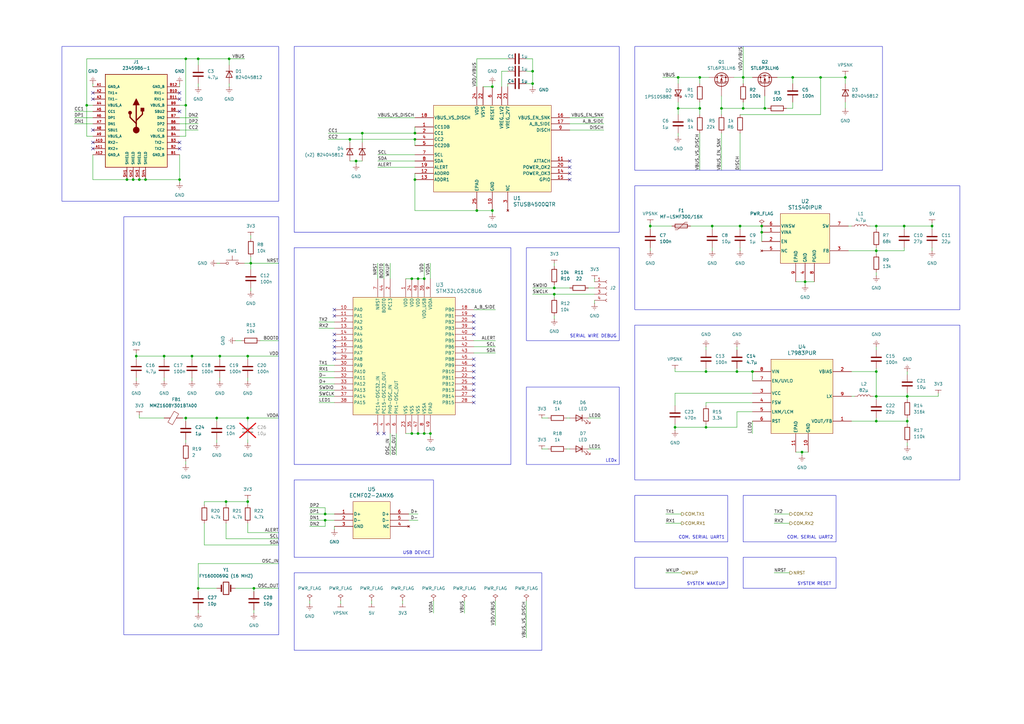
<source format=kicad_sch>
(kicad_sch (version 20250114) (generator "eeschema") (generator_version "9.0")
  (paper "A3")
  (title_block (title "Smart Power Link v1.0"))
  (rectangle (start 260.35 203.2) (end 298.45 222.25))
  (rectangle (start 260.35 133.35) (end 393.7 196.85))
  (rectangle (start 304.8 203.2) (end 342.9 222.25))
  (rectangle (start 260.35 76.2) (end 393.7 127))
  (rectangle (start 120.65 101.6) (end 209.55 190.5))
  (rectangle (start 120.65 196.85) (end 177.8 228.6))
  (rectangle (start 215.9 101.6) (end 254 139.7))
  (rectangle (start 50.8 88.9) (end 114.3 260.35))
  (rectangle (start 215.9 158.75) (end 254 190.5))
  (rectangle (start 120.65 19.05) (end 254 95.25))
  (rectangle (start 304.8 228.6) (end 342.9 241.3))
  (rectangle (start 25.4 19.05) (end 114.3 82.55))
  (rectangle (start 260.35 228.6) (end 298.45 241.3))
  (rectangle (start 260.35 19.05) (end 361.95 69.85))
  (rectangle (start 120.65 234.95) (end 222.25 266.7))
  (text "USB DEVICE" (at 170.942 226.822 0) (effects (font (size 1.27 1.27))))
  (text "SYSTEM WAKEUP" (at 289.56 239.522 0) (effects (font (size 1.27 1.27))))
  (text "COM. SERIAL UART2\n" (at 332.232 220.472 0) (effects (font (size 1.27 1.27))))
  (text "LEDx" (at 250.698 188.976 0) (effects (font (size 1.27 1.27))))
  (text "SYSTEM RESET" (at 334.01 239.522 0) (effects (font (size 1.27 1.27))))
  (text "COM. SERIAL UART1\n" (at 287.782 220.472 0) (effects (font (size 1.27 1.27))))
  (text "SERIAL WIRE DEBUG" (at 243.332 137.922 0) (effects (font (size 1.27 1.27))))
  (junction (at 382.27 92.71))
  (junction (at 370.84 92.71))
  (junction (at 201.93 86.36))
  (junction (at 218.44 34.29))
  (junction (at 168.91 177.8))
  (junction (at 359.41 162.56))
  (junction (at 287.02 31.75))
  (junction (at 359.41 152.4))
  (junction (at 88.9 171.45))
  (junction (at 195.58 86.36))
  (junction (at 133.35 210.82))
  (junction (at 55.88 146.05))
  (junction (at 330.2 115.57))
  (junction (at 276.86 175.26))
  (junction (at 328.93 185.42))
  (junction (at 171.45 114.3))
  (junction (at 227.33 118.11))
  (junction (at 59.69 73.66))
  (junction (at 101.6 205.74))
  (junction (at 90.17 146.05))
  (junction (at 359.41 172.72))
  (junction (at 67.31 146.05))
  (junction (at 303.53 92.71))
  (junction (at 372.11 172.72))
  (junction (at 76.2 43.18))
  (junction (at 170.18 57.15))
  (junction (at 54.61 73.66))
  (junction (at 359.41 92.71))
  (junction (at 372.11 162.56))
  (junction (at 313.69 44.45))
  (junction (at 302.26 152.4))
  (junction (at 92.71 205.74))
  (junction (at 101.6 146.05))
  (junction (at 359.41 102.87))
  (junction (at 336.55 31.75))
  (junction (at 295.91 44.45))
  (junction (at 287.02 44.45))
  (junction (at 168.91 114.3))
  (junction (at 289.56 152.4))
  (junction (at 170.18 54.61))
  (junction (at 146.05 66.04))
  (junction (at 171.45 177.8))
  (junction (at 312.42 92.71))
  (junction (at 304.8 44.45))
  (junction (at 218.44 29.21))
  (junction (at 104.14 241.3))
  (junction (at 35.56 43.18))
  (junction (at 148.59 54.61))
  (junction (at 102.87 107.95))
  (junction (at 73.66 73.66))
  (junction (at 173.99 114.3))
  (junction (at 227.33 120.65))
  (junction (at 76.2 24.13))
  (junction (at 57.15 73.66))
  (junction (at 133.35 213.36))
  (junction (at 78.74 146.05))
  (junction (at 76.2 171.45))
  (junction (at 292.1 92.71))
  (junction (at 143.51 57.15))
  (junction (at 278.13 31.75))
  (junction (at 308.61 152.4))
  (junction (at 278.13 44.45))
  (junction (at 304.8 31.75))
  (junction (at 312.42 95.25))
  (junction (at 81.28 241.3))
  (junction (at 266.7 92.71))
  (junction (at 81.28 24.13))
  (junction (at 176.53 177.8))
  (junction (at 289.56 175.26))
  (junction (at 325.12 31.75))
  (junction (at 173.99 177.8))
  (junction (at 101.6 171.45))
  (junction (at 201.93 35.56))
  (junction (at 93.98 24.13))
  (junction (at 52.07 73.66))
  (junction (at 170.18 73.66))
  (junction (at 346.71 31.75))
  (no_connect (at 233.68 73.66))
  (no_connect (at 194.31 149.86))
  (no_connect (at 38.1 40.64))
  (no_connect (at 194.31 162.56))
  (no_connect (at 73.66 58.42))
  (no_connect (at 38.1 60.96))
  (no_connect (at 194.31 152.4))
  (no_connect (at 137.16 147.32))
  (no_connect (at 38.1 58.42))
  (no_connect (at 73.66 40.64))
  (no_connect (at 233.68 68.58))
  (no_connect (at 233.68 66.04))
  (no_connect (at 194.31 147.32))
  (no_connect (at 137.16 129.54))
  (no_connect (at 154.94 177.8))
  (no_connect (at 194.31 160.02))
  (no_connect (at 194.31 165.1))
  (no_connect (at 73.66 38.1))
  (no_connect (at 137.16 139.7))
  (no_connect (at 73.66 60.96))
  (no_connect (at 194.31 137.16))
  (no_connect (at 137.16 142.24))
  (no_connect (at 233.68 71.12))
  (no_connect (at 194.31 134.62))
  (no_connect (at 157.48 177.8))
  (no_connect (at 38.1 38.1))
  (no_connect (at 38.1 53.34))
  (no_connect (at 73.66 45.72))
  (no_connect (at 194.31 129.54))
  (no_connect (at 137.16 137.16))
  (no_connect (at 194.31 157.48))
  (no_connect (at 137.16 127))
  (no_connect (at 137.16 144.78))
  (no_connect (at 194.31 154.94))
  (no_connect (at 194.31 132.08))
  (wire (pts (xy 279.4 214.63) (xy 273.05 214.63)))
  (wire (pts (xy 313.69 44.45) (xy 314.96 44.45)))
  (wire (pts (xy 81.28 24.13) (xy 81.28 26.67)))
  (wire (pts (xy 55.88 154.94) (xy 55.88 156.21)))
  (wire (pts (xy 330.2 115.57) (xy 334.01 115.57)))
  (wire (pts (xy 101.6 146.05) (xy 101.6 147.32)))
  (wire (pts (xy 359.41 172.72) (xy 372.11 172.72)))
  (wire (pts (xy 312.42 95.25) (xy 312.42 99.06)))
  (wire (pts (xy 247.65 50.8) (xy 233.68 50.8)))
  (wire (pts (xy 308.61 172.72) (xy 308.61 177.8)))
  (wire (pts (xy 81.28 35.56) (xy 81.28 34.29)))
  (wire (pts (xy 372.11 181.61) (xy 372.11 182.88)))
  (wire (pts (xy 215.9 24.13) (xy 218.44 24.13)))
  (wire (pts (xy 302.26 168.91) (xy 302.26 175.26)))
  (wire (pts (xy 287.02 41.91) (xy 287.02 44.45)))
  (wire (pts (xy 201.93 34.29) (xy 201.93 35.56)))
  (wire (pts (xy 382.27 101.6) (xy 382.27 102.87)))
  (wire (pts (xy 359.41 142.24) (xy 359.41 143.51)))
  (wire (pts (xy 271.78 31.75) (xy 278.13 31.75)))
  (wire (pts (xy 227.33 129.54) (xy 227.33 130.81)))
  (wire (pts (xy 76.2 180.34) (xy 76.2 181.61)))
  (wire (pts (xy 227.33 116.84) (xy 227.33 118.11)))
  (wire (pts (xy 227.33 120.65) (xy 243.84 120.65)))
  (wire (pts (xy 292.1 101.6) (xy 292.1 102.87)))
  (wire (pts (xy 101.6 205.74) (xy 92.71 205.74)))
  (wire (pts (xy 247.65 53.34) (xy 233.68 53.34)))
  (wire (pts (xy 203.2 246.38) (xy 203.2 256.54)))
  (wire (pts (xy 143.51 57.15) (xy 143.51 58.42)))
  (wire (pts (xy 88.9 171.45) (xy 101.6 171.45)))
  (wire (pts (xy 349.25 152.4) (xy 359.41 152.4)))
  (wire (pts (xy 83.82 205.74) (xy 92.71 205.74)))
  (wire (pts (xy 283.21 92.71) (xy 292.1 92.71)))
  (wire (pts (xy 194.31 142.24) (xy 203.2 142.24)))
  (wire (pts (xy 201.93 86.36) (xy 201.93 87.63)))
  (wire (pts (xy 359.41 162.56) (xy 372.11 162.56)))
  (wire (pts (xy 190.5 246.38) (xy 190.5 251.46)))
  (wire (pts (xy 59.69 73.66) (xy 73.66 73.66)))
  (wire (pts (xy 101.6 171.45) (xy 114.3 171.45)))
  (wire (pts (xy 372.11 161.29) (xy 372.11 162.56)))
  (wire (pts (xy 134.62 54.61) (xy 148.59 54.61)))
  (wire (pts (xy 194.31 127) (xy 203.2 127)))
  (wire (pts (xy 102.87 118.11) (xy 102.87 119.38)))
  (wire (pts (xy 359.41 101.6) (xy 359.41 102.87)))
  (wire (pts (xy 130.81 162.56) (xy 137.16 162.56)))
  (wire (pts (xy 215.9 29.21) (xy 218.44 29.21)))
  (wire (pts (xy 55.88 144.78) (xy 55.88 146.05)))
  (wire (pts (xy 92.71 214.63) (xy 92.71 220.98)))
  (wire (pts (xy 101.6 154.94) (xy 101.6 156.21)))
  (wire (pts (xy 304.8 31.75) (xy 308.61 31.75)))
  (wire (pts (xy 215.9 34.29) (xy 218.44 34.29)))
  (wire (pts (xy 302.26 143.51) (xy 302.26 142.24)))
  (wire (pts (xy 176.53 177.8) (xy 176.53 179.07)))
  (wire (pts (xy 101.6 171.45) (xy 101.6 172.72)))
  (wire (pts (xy 295.91 39.37) (xy 295.91 44.45)))
  (wire (pts (xy 359.41 152.4) (xy 359.41 162.56)))
  (wire (pts (xy 276.86 152.4) (xy 289.56 152.4)))
  (wire (pts (xy 218.44 34.29) (xy 218.44 35.56)))
  (wire (pts (xy 323.85 214.63) (xy 317.5 214.63)))
  (wire (pts (xy 154.94 63.5) (xy 170.18 63.5)))
  (wire (pts (xy 278.13 31.75) (xy 287.02 31.75)))
  (wire (pts (xy 76.2 55.88) (xy 73.66 55.88)))
  (wire (pts (xy 218.44 118.11) (xy 227.33 118.11)))
  (wire (pts (xy 300.99 31.75) (xy 304.8 31.75)))
  (wire (pts (xy 102.87 107.95) (xy 114.3 107.95)))
  (wire (pts (xy 266.7 92.71) (xy 275.59 92.71)))
  (wire (pts (xy 287.02 54.61) (xy 287.02 69.85)))
  (wire (pts (xy 81.28 24.13) (xy 93.98 24.13)))
  (wire (pts (xy 168.91 114.3) (xy 171.45 114.3)))
  (wire (pts (xy 35.56 43.18) (xy 35.56 24.13)))
  (wire (pts (xy 302.26 151.13) (xy 302.26 152.4)))
  (wire (pts (xy 55.88 146.05) (xy 67.31 146.05)))
  (wire (pts (xy 289.56 152.4) (xy 289.56 151.13)))
  (wire (pts (xy 76.2 189.23) (xy 76.2 190.5)))
  (wire (pts (xy 276.86 161.29) (xy 276.86 166.37)))
  (wire (pts (xy 73.66 43.18) (xy 76.2 43.18)))
  (wire (pts (xy 195.58 86.36) (xy 170.18 86.36)))
  (wire (pts (xy 102.87 107.95) (xy 102.87 110.49)))
  (wire (pts (xy 295.91 44.45) (xy 304.8 44.45)))
  (wire (pts (xy 30.48 50.8) (xy 38.1 50.8)))
  (wire (pts (xy 146.05 66.04) (xy 146.05 67.31)))
  (wire (pts (xy 304.8 44.45) (xy 313.69 44.45)))
  (wire (pts (xy 198.12 35.56) (xy 201.93 35.56)))
  (wire (pts (xy 83.82 214.63) (xy 83.82 223.52)))
  (wire (pts (xy 292.1 92.71) (xy 292.1 93.98)))
  (wire (pts (xy 38.1 63.5) (xy 38.1 73.66)))
  (wire (pts (xy 287.02 31.75) (xy 290.83 31.75)))
  (wire (pts (xy 336.55 31.75) (xy 336.55 46.99)))
  (wire (pts (xy 287.02 44.45) (xy 287.02 46.99)))
  (wire (pts (xy 349.25 172.72) (xy 359.41 172.72)))
  (wire (pts (xy 133.35 210.82) (xy 137.16 210.82)))
  (wire (pts (xy 154.94 48.26) (xy 170.18 48.26)))
  (wire (pts (xy 35.56 43.18) (xy 38.1 43.18)))
  (wire (pts (xy 170.18 86.36) (xy 170.18 73.66)))
  (wire (pts (xy 195.58 35.56) (xy 195.58 24.13)))
  (wire (pts (xy 73.66 63.5) (xy 73.66 73.66)))
  (wire (pts (xy 73.66 53.34) (xy 81.28 53.34)))
  (wire (pts (xy 137.16 215.9) (xy 137.16 217.17)))
  (wire (pts (xy 133.35 208.28) (xy 133.35 210.82)))
  (wire (pts (xy 130.81 152.4) (xy 137.16 152.4)))
  (wire (pts (xy 76.2 171.45) (xy 76.2 172.72)))
  (wire (pts (xy 130.81 165.1) (xy 137.16 165.1)))
  (wire (pts (xy 73.66 50.8) (xy 81.28 50.8)))
  (wire (pts (xy 205.74 29.21) (xy 208.28 29.21)))
  (wire (pts (xy 167.64 210.82) (xy 171.45 210.82)))
  (wire (pts (xy 302.26 152.4) (xy 289.56 152.4)))
  (wire (pts (xy 67.31 146.05) (xy 78.74 146.05)))
  (wire (pts (xy 359.41 102.87) (xy 359.41 104.14)))
  (wire (pts (xy 170.18 57.15) (xy 170.18 59.69)))
  (wire (pts (xy 35.56 55.88) (xy 35.56 43.18)))
  (wire (pts (xy 349.25 92.71) (xy 347.98 92.71)))
  (wire (pts (xy 148.59 54.61) (xy 170.18 54.61)))
  (wire (pts (xy 382.27 91.44) (xy 382.27 92.71)))
  (wire (pts (xy 359.41 92.71) (xy 356.87 92.71)))
  (wire (pts (xy 166.37 114.3) (xy 168.91 114.3)))
  (wire (pts (xy 295.91 44.45) (xy 295.91 46.99)))
  (wire (pts (xy 382.27 92.71) (xy 382.27 93.98)))
  (wire (pts (xy 73.66 48.26) (xy 81.28 48.26)))
  (wire (pts (xy 276.86 173.99) (xy 276.86 175.26)))
  (wire (pts (xy 328.93 186.69) (xy 328.93 185.42)))
  (wire (pts (xy 227.33 118.11) (xy 233.68 118.11)))
  (wire (pts (xy 370.84 92.71) (xy 370.84 93.98)))
  (wire (pts (xy 101.6 204.47) (xy 101.6 205.74)))
  (wire (pts (xy 336.55 31.75) (xy 346.71 31.75)))
  (wire (pts (xy 372.11 172.72) (xy 372.11 173.99)))
  (wire (pts (xy 93.98 24.13) (xy 93.98 26.67)))
  (wire (pts (xy 384.81 162.56) (xy 372.11 162.56)))
  (wire (pts (xy 330.2 116.84) (xy 330.2 115.57)))
  (wire (pts (xy 278.13 44.45) (xy 278.13 46.99)))
  (wire (pts (xy 266.7 101.6) (xy 266.7 102.87)))
  (wire (pts (xy 278.13 44.45) (xy 287.02 44.45)))
  (wire (pts (xy 104.14 250.19) (xy 104.14 251.46)))
  (wire (pts (xy 205.74 35.56) (xy 205.74 29.21)))
  (wire (pts (xy 133.35 215.9) (xy 133.35 213.36)))
  (wire (pts (xy 278.13 41.91) (xy 278.13 44.45)))
  (wire (pts (xy 101.6 214.63) (xy 101.6 218.44)))
  (wire (pts (xy 92.71 205.74) (xy 92.71 207.01)))
  (wire (pts (xy 78.74 154.94) (xy 78.74 156.21)))
  (wire (pts (xy 304.8 41.91) (xy 304.8 44.45)))
  (wire (pts (xy 83.82 207.01) (xy 83.82 205.74)))
  (wire (pts (xy 73.66 34.29) (xy 73.66 35.56)))
  (wire (pts (xy 130.81 157.48) (xy 137.16 157.48)))
  (wire (pts (xy 170.18 52.07) (xy 170.18 54.61)))
  (wire (pts (xy 88.9 107.95) (xy 90.17 107.95)))
  (wire (pts (xy 173.99 177.8) (xy 176.53 177.8)))
  (wire (pts (xy 55.88 146.05) (xy 55.88 147.32)))
  (wire (pts (xy 358.14 162.56) (xy 359.41 162.56)))
  (wire (pts (xy 243.84 114.3) (xy 243.84 115.57)))
  (wire (pts (xy 52.07 73.66) (xy 54.61 73.66)))
  (wire (pts (xy 106.68 139.7) (xy 114.3 139.7)))
  (wire (pts (xy 215.9 246.38) (xy 215.9 261.62)))
  (wire (pts (xy 323.85 234.95) (xy 317.5 234.95)))
  (wire (pts (xy 346.71 31.75) (xy 346.71 34.29)))
  (wire (pts (xy 295.91 54.61) (xy 295.91 69.85)))
  (wire (pts (xy 76.2 24.13) (xy 76.2 43.18)))
  (wire (pts (xy 384.81 161.29) (xy 384.81 162.56)))
  (wire (pts (xy 276.86 151.13) (xy 276.86 152.4)))
  (wire (pts (xy 171.45 114.3) (xy 173.99 114.3)))
  (wire (pts (xy 102.87 105.41) (xy 102.87 107.95)))
  (wire (pts (xy 171.45 177.8) (xy 173.99 177.8)))
  (wire (pts (xy 167.64 213.36) (xy 171.45 213.36)))
  (wire (pts (xy 266.7 91.44) (xy 266.7 92.71)))
  (wire (pts (xy 160.02 107.95) (xy 160.02 114.3)))
  (wire (pts (xy 194.31 139.7) (xy 203.2 139.7)))
  (wire (pts (xy 347.98 102.87) (xy 359.41 102.87)))
  (wire (pts (xy 100.33 107.95) (xy 102.87 107.95)))
  (wire (pts (xy 308.61 168.91) (xy 302.26 168.91)))
  (wire (pts (xy 143.51 57.15) (xy 170.18 57.15)))
  (wire (pts (xy 222.25 184.15) (xy 224.79 184.15)))
  (wire (pts (xy 289.56 175.26) (xy 276.86 175.26)))
  (wire (pts (xy 146.05 66.04) (xy 148.59 66.04)))
  (wire (pts (xy 57.15 73.66) (xy 59.69 73.66)))
  (wire (pts (xy 303.53 92.71) (xy 312.42 92.71)))
  (wire (pts (xy 81.28 241.3) (xy 88.9 241.3)))
  (wire (pts (xy 372.11 152.4) (xy 372.11 153.67)))
  (wire (pts (xy 154.94 107.95) (xy 154.94 114.3)))
  (wire (pts (xy 328.93 185.42) (xy 331.47 185.42)))
  (wire (pts (xy 81.28 231.14) (xy 81.28 241.3)))
  (wire (pts (xy 74.93 171.45) (xy 76.2 171.45)))
  (wire (pts (xy 266.7 92.71) (xy 266.7 93.98)))
  (wire (pts (xy 304.8 31.75) (xy 304.8 34.29)))
  (wire (pts (xy 276.86 175.26) (xy 276.86 176.53)))
  (wire (pts (xy 157.48 107.95) (xy 157.48 114.3)))
  (wire (pts (xy 78.74 146.05) (xy 90.17 146.05)))
  (wire (pts (xy 101.6 146.05) (xy 114.3 146.05)))
  (wire (pts (xy 101.6 218.44) (xy 114.3 218.44)))
  (wire (pts (xy 154.94 68.58) (xy 170.18 68.58)))
  (wire (pts (xy 312.42 92.71) (xy 312.42 95.25)))
  (wire (pts (xy 372.11 171.45) (xy 372.11 172.72)))
  (wire (pts (xy 143.51 66.04) (xy 146.05 66.04)))
  (wire (pts (xy 92.71 220.98) (xy 114.3 220.98)))
  (wire (pts (xy 154.94 66.04) (xy 170.18 66.04)))
  (wire (pts (xy 232.41 171.45) (xy 233.68 171.45)))
  (wire (pts (xy 313.69 39.37) (xy 313.69 44.45)))
  (wire (pts (xy 81.28 250.19) (xy 81.28 251.46)))
  (wire (pts (xy 279.4 234.95) (xy 273.05 234.95)))
  (wire (pts (xy 359.41 162.56) (xy 359.41 163.83)))
  (wire (pts (xy 88.9 171.45) (xy 88.9 172.72)))
  (wire (pts (xy 359.41 111.76) (xy 359.41 113.03)))
  (wire (pts (xy 325.12 34.29) (xy 325.12 31.75)))
  (wire (pts (xy 194.31 144.78) (xy 203.2 144.78)))
  (wire (pts (xy 78.74 146.05) (xy 78.74 147.32)))
  (wire (pts (xy 38.1 34.29) (xy 38.1 35.56)))
  (wire (pts (xy 83.82 223.52) (xy 114.3 223.52)))
  (wire (pts (xy 323.85 210.82) (xy 317.5 210.82)))
  (wire (pts (xy 372.11 162.56) (xy 372.11 163.83)))
  (wire (pts (xy 318.77 31.75) (xy 325.12 31.75)))
  (wire (pts (xy 325.12 41.91) (xy 325.12 44.45)))
  (wire (pts (xy 303.53 92.71) (xy 303.53 93.98)))
  (wire (pts (xy 166.37 177.8) (xy 168.91 177.8)))
  (wire (pts (xy 325.12 31.75) (xy 336.55 31.75)))
  (wire (pts (xy 90.17 154.94) (xy 90.17 156.21)))
  (wire (pts (xy 104.14 241.3) (xy 114.3 241.3)))
  (wire (pts (xy 302.26 175.26) (xy 289.56 175.26)))
  (wire (pts (xy 247.65 48.26) (xy 233.68 48.26)))
  (wire (pts (xy 303.53 101.6) (xy 303.53 102.87)))
  (wire (pts (xy 177.8 246.38) (xy 177.8 251.46)))
  (wire (pts (xy 130.81 134.62) (xy 137.16 134.62)))
  (wire (pts (xy 165.1 246.38) (xy 165.1 247.65)))
  (wire (pts (xy 289.56 142.24) (xy 289.56 143.51)))
  (wire (pts (xy 133.35 213.36) (xy 137.16 213.36)))
  (wire (pts (xy 130.81 160.02) (xy 137.16 160.02)))
  (wire (pts (xy 148.59 54.61) (xy 148.59 58.42)))
  (wire (pts (xy 218.44 29.21) (xy 218.44 34.29)))
  (wire (pts (xy 127 246.38) (xy 127 247.65)))
  (wire (pts (xy 218.44 120.65) (xy 227.33 120.65)))
  (wire (pts (xy 232.41 184.15) (xy 233.68 184.15)))
  (wire (pts (xy 289.56 165.1) (xy 289.56 166.37)))
  (wire (pts (xy 93.98 34.29) (xy 93.98 35.56)))
  (wire (pts (xy 101.6 207.01) (xy 101.6 205.74)))
  (wire (pts (xy 326.39 115.57) (xy 330.2 115.57)))
  (wire (pts (xy 346.71 41.91) (xy 346.71 44.45)))
  (wire (pts (xy 195.58 86.36) (xy 201.93 86.36)))
  (wire (pts (xy 114.3 231.14) (xy 81.28 231.14)))
  (wire (pts (xy 127 210.82) (xy 133.35 210.82)))
  (wire (pts (xy 359.41 93.98) (xy 359.41 92.71)))
  (wire (pts (xy 287.02 31.75) (xy 287.02 34.29)))
  (wire (pts (xy 218.44 24.13) (xy 218.44 29.21)))
  (wire (pts (xy 349.25 162.56) (xy 350.52 162.56)))
  (wire (pts (xy 227.33 107.95) (xy 227.33 109.22)))
  (wire (pts (xy 57.15 170.18) (xy 57.15 171.45)))
  (wire (pts (xy 38.1 73.66) (xy 52.07 73.66)))
  (wire (pts (xy 278.13 54.61) (xy 278.13 55.88)))
  (wire (pts (xy 152.4 246.38) (xy 152.4 247.65)))
  (wire (pts (xy 96.52 241.3) (xy 104.14 241.3)))
  (wire (pts (xy 54.61 73.66) (xy 57.15 73.66)))
  (wire (pts (xy 308.61 165.1) (xy 289.56 165.1)))
  (wire (pts (xy 292.1 92.71) (xy 303.53 92.71)))
  (wire (pts (xy 170.18 71.12) (xy 170.18 73.66)))
  (wire (pts (xy 73.66 74.93) (xy 73.66 73.66)))
  (wire (pts (xy 76.2 43.18) (xy 76.2 55.88)))
  (wire (pts (xy 76.2 24.13) (xy 81.28 24.13)))
  (wire (pts (xy 325.12 44.45) (xy 322.58 44.45)))
  (wire (pts (xy 359.41 151.13) (xy 359.41 152.4)))
  (wire (pts (xy 90.17 146.05) (xy 101.6 146.05)))
  (wire (pts (xy 176.53 107.95) (xy 176.53 114.3)))
  (wire (pts (xy 308.61 152.4) (xy 302.26 152.4)))
  (wire (pts (xy 76.2 171.45) (xy 88.9 171.45)))
  (wire (pts (xy 195.58 24.13) (xy 208.28 24.13)))
  (wire (pts (xy 241.3 118.11) (xy 243.84 118.11)))
  (wire (pts (xy 162.56 177.8) (xy 162.56 186.69)))
  (wire (pts (xy 30.48 48.26) (xy 38.1 48.26)))
  (wire (pts (xy 243.84 123.19) (xy 243.84 124.46)))
  (wire (pts (xy 346.71 30.48) (xy 346.71 31.75)))
  (wire (pts (xy 130.81 149.86) (xy 137.16 149.86)))
  (wire (pts (xy 35.56 24.13) (xy 76.2 24.13)))
  (wire (pts (xy 134.62 57.15) (xy 143.51 57.15)))
  (wire (pts (xy 127 213.36) (xy 133.35 213.36)))
  (wire (pts (xy 30.48 45.72) (xy 38.1 45.72)))
  (wire (pts (xy 308.61 161.29) (xy 276.86 161.29)))
  (wire (pts (xy 227.33 120.65) (xy 227.33 121.92)))
  (wire (pts (xy 289.56 173.99) (xy 289.56 175.26)))
  (wire (pts (xy 370.84 92.71) (xy 382.27 92.71)))
  (wire (pts (xy 90.17 146.05) (xy 90.17 147.32)))
  (wire (pts (xy 308.61 152.4) (xy 308.61 156.21)))
  (wire (pts (xy 38.1 55.88) (xy 35.56 55.88)))
  (wire (pts (xy 370.84 101.6) (xy 370.84 102.87)))
  (wire (pts (xy 336.55 46.99) (xy 303.53 46.99)))
  (wire (pts (xy 67.31 146.05) (xy 67.31 147.32)))
  (wire (pts (xy 130.81 132.08) (xy 137.16 132.08)))
  (wire (pts (xy 304.8 19.05) (xy 304.8 31.75)))
  (wire (pts (xy 173.99 107.95) (xy 173.99 114.3)))
  (wire (pts (xy 370.84 102.87) (xy 359.41 102.87)))
  (wire (pts (xy 67.31 154.94) (xy 67.31 156.21)))
  (wire (pts (xy 81.28 242.57) (xy 81.28 241.3)))
  (wire (pts (xy 222.25 171.45) (xy 224.79 171.45)))
  (wire (pts (xy 102.87 96.52) (xy 102.87 97.79)))
  (wire (pts (xy 326.39 185.42) (xy 328.93 185.42)))
  (wire (pts (xy 359.41 92.71) (xy 370.84 92.71)))
  (wire (pts (xy 279.4 210.82) (xy 273.05 210.82)))
  (wire (pts (xy 168.91 177.8) (xy 171.45 177.8)))
  (wire (pts (xy 101.6 180.34) (xy 101.6 181.61)))
  (wire (pts (xy 57.15 171.45) (xy 67.31 171.45)))
  (wire (pts (xy 359.41 171.45) (xy 359.41 172.72)))
  (wire (pts (xy 241.3 171.45) (xy 246.38 171.45)))
  (wire (pts (xy 139.7 246.38) (xy 139.7 247.65)))
  (wire (pts (xy 96.52 139.7) (xy 99.06 139.7)))
  (wire (pts (xy 127 215.9) (xy 133.35 215.9)))
  (wire (pts (xy 303.53 54.61) (xy 303.53 69.85)))
  (wire (pts (xy 241.3 184.15) (xy 246.38 184.15)))
  (wire (pts (xy 104.14 241.3) (xy 104.14 242.57)))
  (wire (pts (xy 93.98 24.13) (xy 100.33 24.13)))
  (wire (pts (xy 130.81 154.94) (xy 137.16 154.94)))
  (wire (pts (xy 127 208.28) (xy 133.35 208.28)))
  (wire (pts (xy 88.9 180.34) (xy 88.9 181.61)))
  (wire (pts (xy 278.13 31.75) (xy 278.13 34.29)))
  (wire (pts (xy 160.02 177.8) (xy 160.02 186.69)))
  (wire (pts (xy 208.28 34.29) (xy 208.28 35.56)))
  (label "LED1" (at 130.81 165.1 0))
  (label "A_B_SIDE" (at 203.2 127 180))
  (label "SWDIO" (at 130.81 160.02 0))
  (label "DN1" (at 30.48 50.8 0))
  (label "WKUP" (at 160.02 107.95 270))
  (label "D+" (at 130.81 157.48 0))
  (label "DP1" (at 30.48 48.26 0))
  (label "VDD{slash}VBUS" (at 195.58 35.56 90))
  (label "VDD" (at 173.99 107.95 270))
  (label "SCL" (at 154.94 63.5 0))
  (label "NRST" (at 317.5 234.95 0))
  (label "CC2" (at 134.62 57.15 0))
  (label "RX2" (at 130.81 134.62 0))
  (label "NRST" (at 154.94 107.95 270))
  (label "VDDA" (at 114.3 171.45 180))
  (label "VBUS" (at 271.78 31.75 0))
  (label "VBUS_VS_DISCH" (at 215.9 261.62 90))
  (label "ALERT" (at 154.94 68.58 0))
  (label "OSC_OUT" (at 114.3 241.3 180))
  (label "LED1" (at 246.38 184.15 180))
  (label "BOOT0" (at 114.3 139.7 180))
  (label "TX2" (at 130.81 132.08 0))
  (label "WKUP" (at 273.05 234.95 0))
  (label "DP2" (at 81.28 50.8 180))
  (label "LED0" (at 308.61 177.8 90))
  (label "DN2" (at 127 215.9 0))
  (label "VBUS_VS_DISCH" (at 154.94 48.26 0))
  (label "TX1" (at 273.05 210.82 0))
  (label "SDA" (at 203.2 144.78 180))
  (label "SWDIO" (at 218.44 118.11 0))
  (label "SDA" (at 154.94 66.04 0))
  (label "VDD{slash}VBUS" (at 203.2 256.54 90))
  (label "D+" (at 171.45 210.82 180))
  (label "VBUS_VS_DISCH" (at 287.02 69.85 90))
  (label "D-" (at 171.45 213.36 180))
  (label "VBUS_EN_SNK" (at 247.65 48.26 180))
  (label "RX1" (at 273.05 214.63 0))
  (label "TX2" (at 317.5 210.82 0))
  (label "CC1" (at 134.62 54.61 0))
  (label "RX2" (at 317.5 214.63 0))
  (label "VBUS" (at 100.33 24.13 180))
  (label "DP2" (at 127 208.28 0))
  (label "VBUS_EN_SNK" (at 295.91 69.85 90))
  (label "NRST" (at 114.3 107.95 180))
  (label "OSC_IN" (at 114.3 231.14 180))
  (label "VDD" (at 114.3 146.05 180))
  (label "A_B_SIDE" (at 247.65 50.8 180))
  (label "ALERT" (at 114.3 218.44 180))
  (label "OSC_IN" (at 160.02 186.69 90))
  (label "CC1" (at 30.48 45.72 0))
  (label "DN1" (at 127 213.36 0))
  (label "SDA" (at 114.3 223.52 180))
  (label "ALERT" (at 203.2 139.7 180))
  (label "DP1" (at 127 210.82 0))
  (label "DISCH" (at 303.53 69.85 90))
  (label "VDDA" (at 176.53 107.95 270))
  (label "D-" (at 130.81 154.94 0))
  (label "BOOT0" (at 157.48 107.95 270))
  (label "CC2" (at 81.28 53.34 180))
  (label "VDD{slash}VBUS" (at 304.8 19.05 270))
  (label "TX1" (at 130.81 149.86 0))
  (label "VBUS" (at 190.5 251.46 90))
  (label "LED0" (at 246.38 171.45 180))
  (label "SWCLK" (at 218.44 120.65 0))
  (label "OSC_OUT" (at 162.56 186.69 90))
  (label "SCL" (at 114.3 220.98 180))
  (label "DISCH" (at 247.65 53.34 180))
  (label "VDDA" (at 177.8 251.46 90))
  (label "SCL" (at 203.2 142.24 180))
  (label "DN2" (at 81.28 48.26 180))
  (label "RX1" (at 130.81 152.4 0))
  (label "SWCLK" (at 130.81 162.56 0))
  (hierarchical_label "COM.TX2" (shape output) (at 323.85 210.82 0))
  (hierarchical_label "COM.TX1" (shape output) (at 279.4 210.82 0))
  (hierarchical_label "NRST" (shape output) (at 323.85 234.95 0))
  (hierarchical_label "WKUP" (shape input) (at 279.4 234.95 0))
  (hierarchical_label "COM.RX2" (shape output) (at 323.85 214.63 0))
  (hierarchical_label "COM.RX1" (shape output) (at 279.4 214.63 0))
  (symbol (lib_id "power:PWR_FLAG") (at 203.2 246.38 0) (unit 1)
    (property "Reference" "#FLG08" (effects (hide yes)))
    (property "Value" "PWR_FLAG" (at 203.2 241.3 0))
    (property "Description" "Special symbol for telling ERC where power comes from" (effects (hide yes)))
  )
  (symbol (lib_id "mikrainix-POWER_SYM:GND") (at 55.88 156.21 0) (unit 1)
    (property "Reference" "#PWR035" (effects (hide yes)))
    (property "Value" "GND" (at 55.88 161.29 0))
    (property "Description" "Power symbol" (effects (hide yes)))
  )
  (symbol (lib_id "mikrainix-POWER_SYM:GND") (at 101.6 156.21 0) (unit 1)
    (property "Reference" "#PWR039" (effects (hide yes)))
    (property "Value" "GND" (at 101.6 161.29 0))
    (property "Description" "Power symbol" (effects (hide yes)))
  )
  (symbol (lib_id "mikrainix-POWER_SYM:GND") (at 359.41 142.24 0) (mirror x) (unit 1)
    (property "Reference" "#PWR031" (effects (hide yes)))
    (property "Value" "GND" (at 359.41 137.16 0))
    (property "Description" "Power symbol" (effects (hide yes)))
  )
  (symbol (lib_id "mikrainix-POWER_SYM:GND") (at 104.14 251.46 0) (unit 1)
    (property "Reference" "#PWR058" (effects (hide yes)))
    (property "Value" "GND" (at 104.14 256.54 0))
    (property "Description" "Power symbol" (effects (hide yes)))
  )
  (symbol (lib_id "mikrainix-ECMF02-2AMX6:ECMF02-2AMX6") (at 137.16 210.82 0) (unit 1)
    (property "Reference" "U5" (at 152.4 200.66 0) (effects (font (size 1.524 1.524))))
    (property "Value" "ECMF02-2AMX6" (at 152.4 203.2 0) (effects (font (size 1.524 1.524))))
    (property "Footprint" "mikrainix-ECMF02-2AMX6:QFN-6L_STM" (effects (hide yes)))
    (property "Datasheet" "ECMF02-2AMX6" (effects (hide yes)))
  )
  (symbol (lib_id "Device:C") (at 55.88 151.13 0) (unit 1)
    (property "Reference" "C16" (at 59.69 149.8599 0) (effects (justify left)))
    (property "Value" "4.7µ" (at 59.69 152.3999 0) (effects (justify left)))
    (property "Description" "Unpolarized capacitor" (effects (hide yes)))
  )
  (symbol (lib_id "Device:R") (at 237.49 118.11 90) (unit 1)
    (property "Reference" "R11" (at 237.49 111.76 90))
    (property "Value" "22" (at 237.49 114.3 90))
    (property "Description" "Resistor" (effects (hide yes)))
  )
  (symbol (lib_id "Device:C") (at 81.28 30.48 0) (unit 1)
    (property "Reference" "C3" (at 85.09 29.2099 0) (effects (justify left)))
    (property "Value" "4.7µ" (at 85.09 31.7499 0) (effects (justify left)))
    (property "Description" "Unpolarized capacitor" (effects (hide yes)))
  )
  (symbol (lib_id "Device:R") (at 318.77 44.45 270) (unit 1)
    (property "Reference" "R3" (at 318.77 38.1 90))
    (property "Value" "100" (at 318.77 40.64 90))
    (property "Description" "Resistor" (effects (hide yes)))
  )
  (symbol (lib_id "mikrainix-POWER_SYM:GND") (at 289.56 142.24 180) (unit 1)
    (property "Reference" "#PWR029" (effects (hide yes)))
    (property "Value" "GND" (at 289.56 137.16 0))
    (property "Description" "Power symbol" (effects (hide yes)))
  )
  (symbol (lib_id "Device:R") (at 304.8 38.1 180) (unit 1)
    (property "Reference" "R2" (at 307.34 36.8299 0) (effects (justify right)))
    (property "Value" "100k" (at 307.34 39.3699 0) (effects (justify right)))
    (property "Description" "Resistor" (effects (hide yes)))
  )
  (symbol (lib_id "Device:D_Schottky") (at 278.13 38.1 270) (mirror x) (unit 1)
    (property "Reference" "D2" (at 275.59 37.1474 90) (effects (justify right)))
    (property "Value" "1PS10SB82" (at 275.59 39.6874 90) (effects (justify right)))
    (property "Description" "Schottky diode" (effects (hide yes)))
  )
  (symbol (lib_id "mikrainix-POWER_SYM:VDD") (at 276.86 151.13 0) (unit 1)
    (property "Reference" "#PWR033" (effects (hide yes)))
    (property "Value" "VPSNK" (at 276.86 147.32 0))
    (property "Description" "Power symbol" (effects (hide yes)))
  )
  (symbol (lib_id "mikrainix-POWER_SYM:GND") (at 302.26 142.24 180) (unit 1)
    (property "Reference" "#PWR030" (effects (hide yes)))
    (property "Value" "GND" (at 302.26 137.16 0))
    (property "Description" "Power symbol" (effects (hide yes)))
  )
  (symbol (lib_id "mikrainix-POWER_SYM:VDD") (at 346.71 30.48 0) (unit 1)
    (property "Reference" "#PWR01" (effects (hide yes)))
    (property "Value" "VPSNK" (at 346.71 26.67 0))
    (property "Description" "Power symbol" (effects (hide yes)))
  )
  (symbol (lib_id "Device:R") (at 287.02 50.8 0) (mirror y) (unit 1)
    (property "Reference" "R4" (at 284.48 49.5299 0) (effects (justify left)))
    (property "Value" "1k" (at 284.48 52.0699 0) (effects (justify left)))
    (property "Description" "Resistor" (effects (hide yes)))
  )
  (symbol (lib_id "mikrainix-POWER_SYM:GND") (at 96.52 139.7 270) (unit 1)
    (property "Reference" "#PWR028" (effects (hide yes)))
    (property "Value" "GND" (at 91.44 139.7 0))
    (property "Description" "Power symbol" (effects (hide yes)))
  )
  (symbol (lib_id "Device:C") (at 278.13 50.8 0) (mirror y) (unit 1)
    (property "Reference" "C6" (at 274.32 49.5299 0) (effects (justify left)))
    (property "Value" "1µ" (at 274.32 52.0699 0) (effects (justify left)))
    (property "Description" "Unpolarized capacitor" (effects (hide yes)))
  )
  (symbol (lib_id "mikrainix-POWER_SYM:GND") (at 266.7 102.87 0) (unit 1)
    (property "Reference" "#PWR016" (effects (hide yes)))
    (property "Value" "GND" (at 266.7 107.95 0))
    (property "Description" "Power symbol" (effects (hide yes)))
  )
  (symbol (lib_id "mikrainix-STM32L052C8U6:STM32L052C8U6") (at 137.16 127 0) (unit 1)
    (property "Reference" "U3" (at 178.6733 116.84 0) (effects (font (size 1.524 1.524)) (justify left)))
    (property "Value" "STM32L052C8U6" (at 178.6733 119.38 0) (effects (font (size 1.524 1.524)) (justify left)))
    (property "Footprint" "mikrainix-STM32L052C8U6:UFQFPN-48_STM" (effects (hide yes)))
    (property "Datasheet" "STM32L052C8U6" (effects (hide yes)))
  )
  (symbol (lib_id "power:PWR_FLAG") (at 152.4 246.38 0) (unit 1)
    (property "Reference" "#FLG04" (effects (hide yes)))
    (property "Value" "PWR_FLAG" (at 152.4 241.3 0))
    (property "Description" "Special symbol for telling ERC where power comes from" (effects (hide yes)))
  )
  (symbol (lib_id "Device:C") (at 104.14 246.38 0) (unit 1)
    (property "Reference" "C28" (at 107.95 245.1099 0) (effects (justify left)))
    (property "Value" "10p" (at 107.95 247.6499 0) (effects (justify left)))
    (property "Description" "Unpolarized capacitor" (effects (hide yes)))
  )
  (symbol (lib_id "mikrainix-POWER_SYM:VDD") (at 266.7 91.44 0) (unit 1)
    (property "Reference" "#PWR013" (effects (hide yes)))
    (property "Value" "VPSNK" (at 266.7 87.63 0))
    (property "Description" "Power symbol" (effects (hide yes)))
  )
  (symbol (lib_id "Device:C") (at 303.53 97.79 0) (unit 1)
    (property "Reference" "C9" (at 307.34 96.5199 0) (effects (justify left)))
    (property "Value" "1µ" (at 307.34 99.0599 0) (effects (justify left)))
    (property "Description" "Unpolarized capacitor" (effects (hide yes)))
  )
  (symbol (lib_id "Device:C") (at 90.17 151.13 0) (unit 1)
    (property "Reference" "C19" (at 93.98 149.8599 0) (effects (justify left)))
    (property "Value" "100n" (at 93.98 152.3999 0) (effects (justify left)))
    (property "Description" "Unpolarized capacitor" (effects (hide yes)))
  )
  (symbol (lib_id "mikrainix-POWER_SYM:GND") (at 330.2 116.84 0) (unit 1)
    (property "Reference" "#PWR024" (effects (hide yes)))
    (property "Value" "GND" (at 330.2 121.92 0))
    (property "Description" "Power symbol" (effects (hide yes)))
  )
  (symbol (lib_id "Device:D_Zener") (at 143.51 62.23 90) (mirror x) (unit 1)
    (property "Reference" "D4" (at 140.97 60.9599 90) (effects (justify left)))
    (property "Value" "(x2) 824045812" (at 140.97 63.5 90) (effects (justify left)))
    (property "Description" "Zener diode" (effects (hide yes)))
  )
  (symbol (lib_id "mikrainix-POWER_SYM:GND") (at 127 247.65 0) (unit 1)
    (property "Reference" "#PWR053" (effects (hide yes)))
    (property "Value" "GND" (at 127 252.73 0))
    (property "Description" "Power symbol" (effects (hide yes)))
  )
  (symbol (lib_id "mikrainix-POWER_SYM:GND") (at 372.11 182.88 0) (unit 1)
    (property "Reference" "#PWR047" (effects (hide yes)))
    (property "Value" "GND" (at 372.11 187.96 0))
    (property "Description" "Power symbol" (effects (hide yes)))
  )
  (symbol (lib_id "mikrainix-POWER_SYM:GND") (at 227.33 130.81 0) (unit 1)
    (property "Reference" "#PWR027" (effects (hide yes)))
    (property "Value" "GND" (at 227.33 135.89 0))
    (property "Description" "Power symbol" (effects (hide yes)))
  )
  (symbol (lib_id "Device:R") (at 227.33 125.73 0) (unit 1)
    (property "Reference" "R12" (at 229.87 124.4599 0) (effects (justify left)))
    (property "Value" "10k" (at 229.87 126.9999 0) (effects (justify left)))
    (property "Description" "Resistor" (effects (hide yes)))
  )
  (symbol (lib_id "mikrainix-POWER_SYM:GND") (at 67.31 156.21 0) (unit 1)
    (property "Reference" "#PWR036" (effects (hide yes)))
    (property "Value" "GND" (at 67.31 161.29 0))
    (property "Description" "Power symbol" (effects (hide yes)))
  )
  (symbol (lib_id "Device:L") (at 353.06 92.71 90) (unit 1)
    (property "Reference" "L1" (at 353.06 87.63 90))
    (property "Value" "4.7µ" (at 353.06 90.17 90))
    (property "Description" "Inductor" (effects (hide yes)))
  )
  (symbol (lib_id "mikrainix-POWER_SYM:GND") (at 81.28 35.56 0) (unit 1)
    (property "Reference" "#PWR05" (effects (hide yes)))
    (property "Value" "GND" (at 81.28 40.64 0))
    (property "Description" "Power symbol" (effects (hide yes)))
  )
  (symbol (lib_id "mikrainix-POWER_SYM:VDD") (at 384.81 161.29 0) (unit 1)
    (property "Reference" "#PWR040" (effects (hide yes)))
    (property "Value" "3V3" (at 384.81 157.48 0))
    (property "Description" "Power symbol" (effects (hide yes)))
  )
  (symbol (lib_id "mikrainix-POWER_SYM:GND") (at 328.93 186.69 0) (unit 1)
    (property "Reference" "#PWR049" (effects (hide yes)))
    (property "Value" "GND" (at 328.93 191.77 0))
    (property "Description" "Power symbol" (effects (hide yes)))
  )
  (symbol (lib_id "Device:C") (at 102.87 114.3 0) (unit 1)
    (property "Reference" "C12" (at 106.68 113.0299 0) (effects (justify left)))
    (property "Value" "100n" (at 106.68 115.5699 0) (effects (justify left)))
    (property "Description" "Unpolarized capacitor" (effects (hide yes)))
  )
  (symbol (lib_id "power:PWR_FLAG") (at 215.9 246.38 0) (unit 1)
    (property "Reference" "#FLG09" (effects (hide yes)))
    (property "Value" "PWR_FLAG" (at 215.9 241.3 0))
    (property "Description" "Special symbol for telling ERC where power comes from" (effects (hide yes)))
  )
  (symbol (lib_id "Device:R") (at 359.41 97.79 0) (unit 1)
    (property "Reference" "R7" (at 361.95 96.5199 0) (effects (justify left)))
    (property "Value" "68k" (at 361.95 99.0599 0) (effects (justify left)))
    (property "Description" "Resistor" (effects (hide yes)))
  )
  (symbol (lib_id "mikrainix-POWER_SYM:VDD") (at 222.25 171.45 0) (unit 1)
    (property "Reference" "#PWR042" (effects (hide yes)))
    (property "Value" "3V3" (at 222.25 167.64 0))
    (property "Description" "Power symbol" (effects (hide yes)))
  )
  (symbol (lib_id "Device:R") (at 289.56 170.18 0) (unit 1)
    (property "Reference" "R15" (at 292.1 168.9099 0) (effects (justify left)))
    (property "Value" "3.3k" (at 292.1 171.4499 0) (effects (justify left)))
    (property "Description" "Resistor" (effects (hide yes)))
  )
  (symbol (lib_id "mikrainix-STUSB4500QTR:STUSB4500QTR") (at 170.18 48.26 0) (unit 1)
    (property "Reference" "U1" (at 210.4233 81.28 0) (effects (font (size 1.524 1.524)) (justify left)))
    (property "Value" "STUSB4500QTR" (at 210.4233 83.82 0) (effects (font (size 1.524 1.524)) (justify left)))
    (property "Footprint" "mikrainix-STUSB4500QTR:QFN24EP_4X4_STM" (effects (hide yes)))
    (property "Datasheet" "STUSB4500QTR" (effects (hide yes)))
  )
  (symbol (lib_id "power:PWR_FLAG") (at 139.7 246.38 0) (unit 1)
    (property "Reference" "#FLG03" (effects (hide yes)))
    (property "Value" "PWR_FLAG" (at 139.7 241.3 0))
    (property "Description" "Special symbol for telling ERC where power comes from" (effects (hide yes)))
  )
  (symbol (lib_id "Device:R") (at 359.41 107.95 0) (unit 1)
    (property "Reference" "R9" (at 361.95 106.6799 0) (effects (justify left)))
    (property "Value" "13k" (at 361.95 109.2199 0) (effects (justify left)))
    (property "Description" "Resistor" (effects (hide yes)))
  )
  (symbol (lib_id "Device:R") (at 76.2 185.42 0) (unit 1)
    (property "Reference" "R19" (at 78.74 184.1499 0) (effects (justify left)))
    (property "Value" "2" (at 78.74 186.6899 0) (effects (justify left)))
    (property "Description" "Resistor" (effects (hide yes)))
  )
  (symbol (lib_id "Device:R") (at 228.6 171.45 90) (unit 1)
    (property "Reference" "R16" (at 228.6 165.1 90))
    (property "Value" "1k" (at 228.6 167.64 90))
    (property "Description" "Resistor" (effects (hide yes)))
  )
  (symbol (lib_id "Device:Q_PMOS") (at 313.69 34.29 270) (mirror x) (unit 1)
    (property "Reference" "Q2" (at 313.69 25.4 90))
    (property "Value" "STL6P3LLH6" (at 313.69 27.94 90))
    (property "Description" "P-MOSFET transistor" (effects (hide yes)))
  )
  (symbol (lib_id "mikrainix-POWER_SYM:GND") (at 73.66 74.93 0) (unit 1)
    (property "Reference" "#PWR011" (effects (hide yes)))
    (property "Value" "GND" (at 73.66 80.01 0))
    (property "Description" "Power symbol" (effects (hide yes)))
  )
  (symbol (lib_id "Device:C") (at 276.86 170.18 0) (unit 1)
    (property "Reference" "C23" (at 280.67 168.9099 0) (effects (justify left)))
    (property "Value" "470n" (at 280.67 171.4499 0) (effects (justify left)))
    (property "Description" "Unpolarized capacitor" (effects (hide yes)))
  )
  (symbol (lib_id "mikrainix-POWER_SYM:VDD") (at 382.27 91.44 0) (unit 1)
    (property "Reference" "#PWR014" (effects (hide yes)))
    (property "Value" "5V" (at 382.27 87.63 0))
    (property "Description" "Power symbol" (effects (hide yes)))
  )
  (symbol (lib_id "Device:L") (at 354.33 162.56 90) (unit 1)
    (property "Reference" "L2" (at 354.33 157.48 90))
    (property "Value" "82µ" (at 354.33 160.02 90))
    (property "Description" "Inductor" (effects (hide yes)))
  )
  (symbol (lib_id "Device:C") (at 289.56 147.32 0) (unit 1)
    (property "Reference" "C13" (at 293.37 146.0499 0) (effects (justify left)))
    (property "Value" "100n" (at 293.37 148.5899 0) (effects (justify left)))
    (property "Description" "Unpolarized capacitor" (effects (hide yes)))
  )
  (symbol (lib_id "Device:C") (at 81.28 246.38 0) (unit 1)
    (property "Reference" "C27" (at 85.09 245.1099 0) (effects (justify left)))
    (property "Value" "10p" (at 85.09 247.6499 0) (effects (justify left)))
    (property "Description" "Unpolarized capacitor" (effects (hide yes)))
  )
  (symbol (lib_id "mikrainix-POWER_SYM:VDD") (at 243.84 114.3 0) (unit 1)
    (property "Reference" "#PWR023" (effects (hide yes)))
    (property "Value" "3V3" (at 243.84 110.49 0))
    (property "Description" "Power symbol" (effects (hide yes)))
  )
  (symbol (lib_id "Device:C") (at 88.9 176.53 0) (unit 1)
    (property "Reference" "C25" (at 92.71 175.2599 0) (effects (justify left)))
    (property "Value" "10n" (at 92.71 177.7999 0) (effects (justify left)))
    (property "Description" "Unpolarized capacitor" (effects (hide yes)))
  )
  (symbol (lib_id "mikrainix-POWER_SYM:GND") (at 292.1 102.87 0) (unit 1)
    (property "Reference" "#PWR017" (effects (hide yes)))
    (property "Value" "GND" (at 292.1 107.95 0))
    (property "Description" "Power symbol" (effects (hide yes)))
  )
  (symbol (lib_id "Device:R") (at 303.53 50.8 0) (unit 1)
    (property "Reference" "R6" (at 300.99 52.0701 0) (effects (justify right)))
    (property "Value" "1k" (at 300.99 49.5301 0) (effects (justify right)))
    (property "Description" "Resistor" (effects (hide yes)))
  )
  (symbol (lib_id "Device:C") (at 212.09 24.13 90) (unit 1)
    (property "Reference" "C1" (at 209.55 23.114 90))
    (property "Value" "1µ" (at 215.138 23.114 90))
    (property "Description" "Unpolarized capacitor" (effects (hide yes)))
  )
  (symbol (lib_id "mikrainix-POWER_SYM:GND") (at 76.2 190.5 0) (unit 1)
    (property "Reference" "#PWR050" (effects (hide yes)))
    (property "Value" "GND" (at 76.2 195.58 0))
    (property "Description" "Power symbol" (effects (hide yes)))
  )
  (symbol (lib_id "mikrainix-POWER_SYM:GND") (at 243.84 124.46 0) (unit 1)
    (property "Reference" "#PWR026" (effects (hide yes)))
    (property "Value" "GND" (at 243.84 129.54 0))
    (property "Description" "Power symbol" (effects (hide yes)))
  )
  (symbol (lib_id "mikrainix-POWER_SYM:GND") (at 278.13 55.88 0) (unit 1)
    (property "Reference" "#PWR09" (effects (hide yes)))
    (property "Value" "GND" (at 278.13 60.96 0))
    (property "Description" "Power symbol" (effects (hide yes)))
  )
  (symbol (lib_id "mikrainix-POWER_SYM:VDD") (at 139.7 247.65 0) (mirror x) (unit 1)
    (property "Reference" "#PWR054" (effects (hide yes)))
    (property "Value" "VPSNK" (at 139.7 251.46 0))
    (property "Description" "Power symbol" (effects (hide yes)))
  )
  (symbol (lib_id "Device:FerriteBead") (at 71.12 171.45 90) (unit 1)
    (property "Reference" "FB1" (at 72.3392 163.83 90))
    (property "Value" "MMZ1608Y301BTA00" (at 71.0692 166.37 90))
    (property "Description" "Ferrite bead" (effects (hide yes)))
  )
  (symbol (lib_id "Device:Crystal") (at 92.71 241.3 180) (unit 1)
    (property "Reference" "Y1" (at 92.71 233.68 0))
    (property "Value" "FY1600069Q (16 MHZ)" (at 92.71 236.22 0))
    (property "Description" "Two pin crystal" (effects (hide yes)))
  )
  (symbol (lib_id "Device:C") (at 302.26 147.32 0) (unit 1)
    (property "Reference" "C14" (at 306.07 146.0499 0) (effects (justify left)))
    (property "Value" "4.7µ" (at 306.07 148.5899 0) (effects (justify left)))
    (property "Description" "Unpolarized capacitor" (effects (hide yes)))
  )
  (symbol (lib_id "mikrainix-POWER_SYM:GND") (at 38.1 34.29 180) (unit 1)
    (property "Reference" "#PWR02" (effects (hide yes)))
    (property "Value" "GND" (at 38.1 29.21 0))
    (property "Description" "Power symbol" (effects (hide yes)))
  )
  (symbol (lib_id "mikrainix-POWER_SYM:GND") (at 382.27 102.87 0) (unit 1)
    (property "Reference" "#PWR019" (effects (hide yes)))
    (property "Value" "GND" (at 382.27 107.95 0))
    (property "Description" "Power symbol" (effects (hide yes)))
  )
  (symbol (lib_id "Device:R") (at 101.6 210.82 0) (unit 1)
    (property "Reference" "R22" (at 104.14 209.5499 0) (effects (justify left)))
    (property "Value" "4.7k" (at 104.14 212.0899 0) (effects (justify left)))
    (property "Description" "Resistor" (effects (hide yes)))
  )
  (symbol (lib_id "Device:C") (at 76.2 176.53 0) (unit 1)
    (property "Reference" "C24" (at 80.01 175.2599 0) (effects (justify left)))
    (property "Value" "1µ" (at 80.01 177.7999 0) (effects (justify left)))
    (property "Description" "Unpolarized capacitor" (effects (hide yes)))
  )
  (symbol (lib_id "Device:R") (at 83.82 210.82 0) (unit 1)
    (property "Reference" "R20" (at 86.36 209.5499 0) (effects (justify left)))
    (property "Value" "4.7k" (at 86.36 212.0899 0) (effects (justify left)))
    (property "Description" "Resistor" (effects (hide yes)))
  )
  (symbol (lib_id "mikrainix-POWER_SYM:GND") (at 303.53 102.87 0) (unit 1)
    (property "Reference" "#PWR018" (effects (hide yes)))
    (property "Value" "GND" (at 303.53 107.95 0))
    (property "Description" "Power symbol" (effects (hide yes)))
  )
  (symbol (lib_id "Device:D_Zener") (at 93.98 30.48 270) (unit 1)
    (property "Reference" "D1" (at 96.52 29.2099 90) (effects (justify left)))
    (property "Value" "824045812" (at 96.52 31.75 90) (effects (justify left)))
    (property "Description" "Zener diode" (effects (hide yes)))
  )
  (symbol (lib_id "mikrainix-POWER_SYM:GND") (at 176.53 179.07 0) (unit 1)
    (property "Reference" "#PWR044" (effects (hide yes)))
    (property "Value" "GND" (at 176.53 184.15 0))
    (property "Description" "Power symbol" (effects (hide yes)))
  )
  (symbol (lib_id "Device:LED") (at 237.49 184.15 0) (mirror y) (unit 1)
    (property "Reference" "D7" (at 239.0775 177.8 0))
    (property "Value" "LED" (at 239.0775 180.34 0))
    (property "Description" "Light emitting diode" (effects (hide yes)))
    (property "Sim.Pins" "1=K 2=A" (effects (hide yes)))
  )
  (symbol (lib_id "mikrainix-POWER_SYM:GND") (at 101.6 181.61 0) (unit 1)
    (property "Reference" "#PWR046" (effects (hide yes)))
    (property "Value" "GND" (at 101.6 186.69 0))
    (property "Description" "Power symbol" (effects (hide yes)))
  )
  (symbol (lib_id "mikrainix-POWER_SYM:GND") (at 81.28 251.46 0) (unit 1)
    (property "Reference" "#PWR057" (effects (hide yes)))
    (property "Value" "GND" (at 81.28 256.54 0))
    (property "Description" "Power symbol" (effects (hide yes)))
  )
  (symbol (lib_id "mikrainix-POWER_SYM:GND") (at 372.11 152.4 0) (mirror x) (unit 1)
    (property "Reference" "#PWR034" (effects (hide yes)))
    (property "Value" "GND" (at 372.11 147.32 0))
    (property "Description" "Power symbol" (effects (hide yes)))
  )
  (symbol (lib_id "mikrainix-POWER_SYM:VDD") (at 152.4 247.65 0) (mirror x) (unit 1)
    (property "Reference" "#PWR055" (effects (hide yes)))
    (property "Value" "5V" (at 152.4 251.46 0))
    (property "Description" "Power symbol" (effects (hide yes)))
  )
  (symbol (lib_id "Switch:SW_Push") (at 95.25 107.95 0) (unit 1)
    (property "Reference" "SW1" (at 95.25 102.87 0))
    (property "Value" "SW_Push" (effects (hide yes)))
    (property "Description" "Push button switch, generic, two pins" (effects (hide yes)))
  )
  (symbol (lib_id "Device:R") (at 227.33 113.03 0) (mirror x) (unit 1)
    (property "Reference" "R10" (at 229.87 114.3001 0) (effects (justify left)))
    (property "Value" "10k" (at 229.87 111.7601 0) (effects (justify left)))
    (property "Description" "Resistor" (effects (hide yes)))
  )
  (symbol (lib_id "mikrainix-L7983PUR:L7983PUR") (at 308.61 152.4 0) (unit 1)
    (property "Reference" "U4" (at 328.93 142.24 0) (effects (font (size 1.524 1.524))))
    (property "Value" "L7983PUR" (at 328.93 144.78 0) (effects (font (size 1.524 1.524))))
    (property "Footprint" "mikrainix-L7983PUR:DFN10_3X3X0P8_STM" (effects (hide yes)))
    (property "Datasheet" "L7983PUR" (effects (hide yes)))
  )
  (symbol (lib_id "Device:C") (at 359.41 147.32 0) (unit 1)
    (property "Reference" "C15" (at 363.22 146.0499 0) (effects (justify left)))
    (property "Value" "100n" (at 363.22 148.5899 0) (effects (justify left)))
    (property "Description" "Unpolarized capacitor" (effects (hide yes)))
  )
  (symbol (lib_id "Device:R") (at 92.71 210.82 0) (unit 1)
    (property "Reference" "R21" (at 95.25 209.5499 0) (effects (justify left)))
    (property "Value" "4.7k" (at 95.25 212.0899 0) (effects (justify left)))
    (property "Description" "Resistor" (effects (hide yes)))
  )
  (symbol (lib_id "mikrainix-POWER_SYM:GND") (at 88.9 181.61 0) (unit 1)
    (property "Reference" "#PWR045" (effects (hide yes)))
    (property "Value" "GND" (at 88.9 186.69 0))
    (property "Description" "Power symbol" (effects (hide yes)))
  )
  (symbol (lib_id "Device:D_Zener") (at 148.59 62.23 90) (mirror x) (unit 1)
    (property "Reference" "D5" (effects (hide yes)))
    (property "Value" "824045812" (effects (hide yes)))
    (property "Description" "Zener diode" (effects (hide yes)))
  )
  (symbol (lib_id "mikrainix-POWER_SYM:GND") (at 359.41 113.03 0) (unit 1)
    (property "Reference" "#PWR022" (effects (hide yes)))
    (property "Value" "GND" (at 359.41 118.11 0))
    (property "Description" "Power symbol" (effects (hide yes)))
  )
  (symbol (lib_id "Device:D_Zener") (at 346.71 38.1 270) (unit 1)
    (property "Reference" "D3" (at 349.25 36.8299 90) (effects (justify left)))
    (property "Value" "824045812" (at 349.25 39.37 90) (effects (justify left)))
    (property "Description" "Zener diode" (effects (hide yes)))
  )
  (symbol (lib_id "power:PWR_FLAG") (at 190.5 246.38 0) (unit 1)
    (property "Reference" "#FLG07" (effects (hide yes)))
    (property "Value" "PWR_FLAG" (at 190.5 241.3 0))
    (property "Description" "Special symbol for telling ERC where power comes from" (effects (hide yes)))
  )
  (symbol (lib_id "Device:R") (at 102.87 139.7 90) (unit 1)
    (property "Reference" "R13" (at 102.87 133.35 90))
    (property "Value" "10k" (at 102.87 135.89 90))
    (property "Description" "Resistor" (effects (hide yes)))
  )
  (symbol (lib_id "Device:C") (at 212.09 29.21 90) (unit 1)
    (property "Reference" "C2" (at 209.55 28.194 90))
    (property "Value" "1µ" (at 215.138 28.194 90))
    (property "Description" "Unpolarized capacitor" (effects (hide yes)))
  )
  (symbol (lib_id "Device:R") (at 228.6 184.15 90) (unit 1)
    (property "Reference" "R18" (at 228.6 177.8 90))
    (property "Value" "1k" (at 228.6 180.34 90))
    (property "Description" "Resistor" (effects (hide yes)))
  )
  (symbol (lib_id "Device:C") (at 382.27 97.79 0) (unit 1)
    (property "Reference" "C11" (at 386.08 96.5199 0) (effects (justify left)))
    (property "Value" "22µ" (at 386.08 99.0599 0) (effects (justify left)))
    (property "Description" "Unpolarized capacitor" (effects (hide yes)))
  )
  (symbol (lib_id "Device:C") (at 370.84 97.79 0) (unit 1)
    (property "Reference" "C10" (at 374.65 96.5199 0) (effects (justify left)))
    (property "Value" "27p" (at 374.65 99.0599 0) (effects (justify left)))
    (property "Description" "Unpolarized capacitor" (effects (hide yes)))
  )
  (symbol (lib_id "Device:C") (at 266.7 97.79 0) (unit 1)
    (property "Reference" "C7" (at 270.51 96.5199 0) (effects (justify left)))
    (property "Value" "100n" (at 270.51 99.0599 0) (effects (justify left)))
    (property "Description" "Unpolarized capacitor" (effects (hide yes)))
  )
  (symbol (lib_id "mikrainix-POWER_SYM:VDD") (at 227.33 107.95 0) (unit 1)
    (property "Reference" "#PWR021" (effects (hide yes)))
    (property "Value" "3V3" (at 227.33 104.14 0))
    (property "Description" "Power symbol" (effects (hide yes)))
  )
  (symbol (lib_id "mikrainix-POWER_SYM:GND") (at 93.98 35.56 0) (unit 1)
    (property "Reference" "#PWR06" (effects (hide yes)))
    (property "Value" "GND" (at 93.98 40.64 0))
    (property "Description" "Power symbol" (effects (hide yes)))
  )
  (symbol (lib_id "power:PWR_FLAG") (at 177.8 246.38 0) (unit 1)
    (property "Reference" "#FLG06" (effects (hide yes)))
    (property "Value" "PWR_FLAG" (at 177.8 241.3 0))
    (property "Description" "Special symbol for telling ERC where power comes from" (effects (hide yes)))
  )
  (symbol (lib_id "mikrainix-POWER_SYM:VDD") (at 101.6 204.47 0) (unit 1)
    (property "Reference" "#PWR051" (effects (hide yes)))
    (property "Value" "3V3" (at 101.6 200.66 0))
    (property "Description" "Power symbol" (effects (hide yes)))
  )
  (symbol (lib_id "Device:C") (at 101.6 151.13 0) (unit 1)
    (property "Reference" "C20" (at 105.41 149.8599 0) (effects (justify left)))
    (property "Value" "100n" (at 105.41 152.3999 0) (effects (justify left)))
    (property "Description" "Unpolarized capacitor" (effects (hide yes)))
  )
  (symbol (lib_id "power:PWR_FLAG") (at 312.42 92.71 0) (unit 1)
    (property "Reference" "#FLG01" (effects (hide yes)))
    (property "Value" "PWR_FLAG" (at 312.42 87.63 0))
    (property "Description" "Special symbol for telling ERC where power comes from" (effects (hide yes)))
  )
  (symbol (lib_id "Device:C") (at 292.1 97.79 0) (unit 1)
    (property "Reference" "C8" (at 295.91 96.5199 0) (effects (justify left)))
    (property "Value" "10µ" (at 295.91 99.0599 0) (effects (justify left)))
    (property "Description" "Unpolarized capacitor" (effects (hide yes)))
  )
  (symbol (lib_id "Device:R") (at 295.91 50.8 0) (mirror x) (unit 1)
    (property "Reference" "R5" (at 293.37 49.5299 0) (effects (justify right)))
    (property "Value" "22k" (at 293.37 52.0699 0) (effects (justify right)))
    (property "Description" "Resistor" (effects (hide yes)))
  )
  (symbol (lib_id "Connector:Conn_01x04_Socket") (at 248.92 118.11 0) (unit 1)
    (property "Reference" "J2" (at 250.19 118.1099 0) (effects (justify left)))
    (property "Value" "Conn_01x04_Socket" (effects (hide yes)))
    (property "Description" "Generic connector, single row, 01x04, script generated" (effects (hide yes)))
  )
  (symbol (lib_id "Device:Q_PMOS") (at 295.91 34.29 90) (unit 1)
    (property "Reference" "Q1" (at 295.91 25.4 90))
    (property "Value" "STL6P3LLH6" (at 295.91 27.94 90))
    (property "Description" "P-MOSFET transistor" (effects (hide yes)))
  )
  (symbol (lib_id "Device:C") (at 212.09 34.29 90) (unit 1)
    (property "Reference" "C4" (at 209.55 33.274 90))
    (property "Value" "1µ" (at 215.138 33.274 90))
    (property "Description" "Unpolarized capacitor" (effects (hide yes)))
  )
  (symbol (lib_id "Device:Polyfuse") (at 279.4 92.71 90) (unit 1)
    (property "Reference" "F1" (at 279.4 86.36 90))
    (property "Value" "MF-LSMF300/16X" (at 279.4 88.9 90))
    (property "Description" "Resettable fuse, polymeric positive temperature coefficient" (effects (hide yes)))
  )
  (symbol (lib_id "mikrainix-POWER_SYM:GND") (at 90.17 156.21 0) (unit 1)
    (property "Reference" "#PWR038" (effects (hide yes)))
    (property "Value" "GND" (at 90.17 161.29 0))
    (property "Description" "Power symbol" (effects (hide yes)))
  )
  (symbol (lib_id "mikrainix-POWER_SYM:GND") (at 88.9 107.95 270) (unit 1)
    (property "Reference" "#PWR020" (effects (hide yes)))
    (property "Value" "GND" (at 85.09 107.9499 90) (effects (justify right)))
    (property "Description" "Power symbol" (effects (hide yes)))
  )
  (symbol (lib_id "Device:LED") (at 237.49 171.45 0) (mirror y) (unit 1)
    (property "Reference" "D6" (at 239.0775 165.1 0))
    (property "Value" "LED" (at 239.0775 167.64 0))
    (property "Description" "Light emitting diode" (effects (hide yes)))
    (property "Sim.Pins" "1=K 2=A" (effects (hide yes)))
  )
  (symbol (lib_id "mikrainix-POWER_SYM:VDD") (at 222.25 184.15 0) (unit 1)
    (property "Reference" "#PWR048" (effects (hide yes)))
    (property "Value" "3V3" (at 222.25 180.34 0))
    (property "Description" "Power symbol" (effects (hide yes)))
  )
  (symbol (lib_id "Device:R") (at 372.11 177.8 0) (unit 1)
    (property "Reference" "R17" (at 374.65 176.5299 0) (effects (justify left)))
    (property "Value" "110k" (at 374.65 179.0699 0) (effects (justify left)))
    (property "Description" "Resistor" (effects (hide yes)))
  )
  (symbol (lib_id "mikrainix-POWER_SYM:VDD") (at 55.88 144.78 0) (unit 1)
    (property "Reference" "#PWR032" (effects (hide yes)))
    (property "Value" "3V3" (at 55.88 140.97 0))
    (property "Description" "Power symbol" (effects (hide yes)))
  )
  (symbol (lib_id "Device:C") (at 78.74 151.13 0) (unit 1)
    (property "Reference" "C18" (at 82.55 149.8599 0) (effects (justify left)))
    (property "Value" "100n" (at 82.55 152.3999 0) (effects (justify left)))
    (property "Description" "Unpolarized capacitor" (effects (hide yes)))
  )
  (symbol (lib_id "mikrainix-ST1S40IPUR:ST1S40IPUR") (at 320.04 92.71 0) (unit 1)
    (property "Reference" "U2" (at 330.2 82.55 0) (effects (font (size 1.524 1.524))))
    (property "Value" "ST1S40IPUR" (at 330.2 85.09 0) (effects (font (size 1.524 1.524))))
    (property "Footprint" "mikrainix-ST1S40IPUR:QFPN_40IPUR_STM" (effects (hide yes)))
  )
  (symbol (lib_id "Device:R") (at 372.11 167.64 0) (unit 1)
    (property "Reference" "R14" (at 374.65 166.3699 0) (effects (justify left)))
    (property "Value" "316k" (at 374.65 168.9099 0) (effects (justify left)))
    (property "Description" "Resistor" (effects (hide yes)))
  )
  (symbol (lib_id "Device:C") (at 372.11 157.48 0) (unit 1)
    (property "Reference" "C21" (at 375.92 156.2099 0) (effects (justify left)))
    (property "Value" "10µ" (at 375.92 158.7499 0) (effects (justify left)))
    (property "Description" "Unpolarized capacitor" (effects (hide yes)))
  )
  (symbol (lib_id "power:PWR_FLAG") (at 165.1 246.38 0) (unit 1)
    (property "Reference" "#FLG05" (effects (hide yes)))
    (property "Value" "PWR_FLAG" (at 165.1 241.3 0))
    (property "Description" "Special symbol for telling ERC where power comes from" (effects (hide yes)))
  )
  (symbol (lib_id "Device:C") (at 67.31 151.13 0) (unit 1)
    (property "Reference" "C17" (at 71.12 149.8599 0) (effects (justify left)))
    (property "Value" "100n" (at 71.12 152.3999 0) (effects (justify left)))
    (property "Description" "Unpolarized capacitor" (effects (hide yes)))
  )
  (symbol (lib_id "Device:C") (at 101.6 176.53 0) (unit 1) (dnp yes)
    (property "Reference" "C26" (at 105.41 175.2599 0) (effects (justify left)))
    (property "Value" "10µ" (at 105.41 177.7999 0) (effects (justify left)))
    (property "Description" "Unpolarized capacitor" (effects (hide yes)))
  )
  (symbol (lib_id "power:PWR_FLAG") (at 127 246.38 0) (unit 1)
    (property "Reference" "#FLG02" (effects (hide yes)))
    (property "Value" "PWR_FLAG" (at 127 241.3 0))
    (property "Description" "Special symbol for telling ERC where power comes from" (effects (hide yes)))
  )
  (symbol (lib_id "mikrainix-POWER_SYM:VDD") (at 165.1 247.65 0) (mirror x) (unit 1)
    (property "Reference" "#PWR056" (effects (hide yes)))
    (property "Value" "3V3" (at 165.1 251.46 0))
    (property "Description" "Power symbol" (effects (hide yes)))
  )
  (symbol (lib_id "Device:C") (at 325.12 38.1 0) (unit 1)
    (property "Reference" "C5" (at 328.93 36.8299 0) (effects (justify left)))
    (property "Value" "100n" (at 328.93 39.3699 0) (effects (justify left)))
    (property "Description" "Unpolarized capacitor" (effects (hide yes)))
  )
  (symbol (lib_id "mikrainix-POWER_SYM:GND") (at 276.86 176.53 0) (unit 1)
    (property "Reference" "#PWR043" (effects (hide yes)))
    (property "Value" "GND" (at 276.86 181.61 0))
    (property "Description" "Power symbol" (effects (hide yes)))
  )
  (symbol (lib_id "mikrainix-POWER_SYM:GND") (at 346.71 44.45 0) (unit 1)
    (property "Reference" "#PWR08" (effects (hide yes)))
    (property "Value" "GND" (at 346.71 49.53 0))
    (property "Description" "Power symbol" (effects (hide yes)))
  )
  (symbol (lib_id "mikrainix-POWER_SYM:GND") (at 146.05 67.31 0) (unit 1)
    (property "Reference" "#PWR010" (effects (hide yes)))
    (property "Value" "GND" (at 146.05 72.39 0))
    (property "Description" "Power symbol" (effects (hide yes)))
  )
  (symbol (lib_id "mikrainix-POWER_SYM:GND") (at 78.74 156.21 0) (unit 1)
    (property "Reference" "#PWR037" (effects (hide yes)))
    (property "Value" "GND" (at 78.74 161.29 0))
    (property "Description" "Power symbol" (effects (hide yes)))
  )
  (symbol (lib_id "mikrainix-POWER_SYM:GND") (at 201.93 87.63 0) (unit 1)
    (property "Reference" "#PWR012" (effects (hide yes)))
    (property "Value" "GND" (at 201.93 92.71 0))
    (property "Description" "Power symbol" (effects (hide yes)))
  )
  (symbol (lib_id "mikrainix-POWER_SYM:VDD") (at 57.15 170.18 0) (unit 1)
    (property "Reference" "#PWR041" (effects (hide yes)))
    (property "Value" "3V3" (at 57.15 166.37 0))
    (property "Description" "Power symbol" (effects (hide yes)))
  )
  (symbol (lib_id "mikrainix-POWER_SYM:GND") (at 73.66 34.29 180) (unit 1)
    (property "Reference" "#PWR03" (effects (hide yes)))
    (property "Value" "GND" (at 73.66 29.21 0))
    (property "Description" "Power symbol" (effects (hide yes)))
  )
  (symbol (lib_id "Device:R") (at 102.87 101.6 0) (unit 1)
    (property "Reference" "R8" (at 105.41 100.3299 0) (effects (justify left)))
    (property "Value" "10k" (at 105.41 102.8699 0) (effects (justify left)))
    (property "Description" "Resistor" (effects (hide yes)))
  )
  (symbol (lib_id "mikrainix-2345986-1:2345986-1") (at 55.88 35.56 0) (unit 1)
    (property "Reference" "J1" (at 55.88 25.4 0))
    (property "Value" "2345986-1" (at 55.88 27.94 0))
    (property "Footprint" "mikrainix-2345986-1:TE_2345986-1" (effects (hide yes)))
    (property "Description" "2345986-1" (effects (hide yes)))
  )
  (symbol (lib_id "mikrainix-POWER_SYM:GND") (at 102.87 119.38 0) (unit 1)
    (property "Reference" "#PWR025" (effects (hide yes)))
    (property "Value" "GND" (at 102.87 124.46 0))
    (property "Description" "Power symbol" (effects (hide yes)))
  )
  (symbol (lib_id "mikrainix-POWER_SYM:GND") (at 218.44 35.56 0) (unit 1)
    (property "Reference" "#PWR07" (effects (hide yes)))
    (property "Value" "GND" (at 220.98 36.8299 0) (effects (justify left)))
    (property "Description" "Power symbol" (effects (hide yes)))
  )
  (symbol (lib_id "Device:R") (at 287.02 38.1 0) (mirror y) (unit 1)
    (property "Reference" "R1" (at 284.48 36.8299 0) (effects (justify left)))
    (property "Value" "470" (at 284.48 39.3699 0) (effects (justify left)))
    (property "Description" "Resistor" (effects (hide yes)))
  )
  (symbol (lib_id "mikrainix-POWER_SYM:GND") (at 137.16 217.17 0) (unit 1)
    (property "Reference" "#PWR052" (effects (hide yes)))
    (property "Value" "GND" (at 137.16 222.25 0))
    (property "Description" "Power symbol" (effects (hide yes)))
  )
  (symbol (lib_id "mikrainix-POWER_SYM:VDD") (at 102.87 96.52 0) (unit 1)
    (property "Reference" "#PWR015" (effects (hide yes)))
    (property "Value" "3V3" (at 102.87 92.71 0))
    (property "Description" "Power symbol" (effects (hide yes)))
  )
  (symbol (lib_id "Device:C") (at 359.41 167.64 0) (unit 1)
    (property "Reference" "C22" (at 363.22 166.3699 0) (effects (justify left)))
    (property "Value" "22p" (at 363.22 168.9099 0) (effects (justify left)))
    (property "Description" "Unpolarized capacitor" (effects (hide yes)))
  )
  (symbol (lib_id "mikrainix-POWER_SYM:GND") (at 201.93 34.29 180) (unit 1)
    (property "Reference" "#PWR04" (effects (hide yes)))
    (property "Value" "GND" (at 201.93 29.21 0))
    (property "Description" "Power symbol" (effects (hide yes)))
  )
)
</source>
